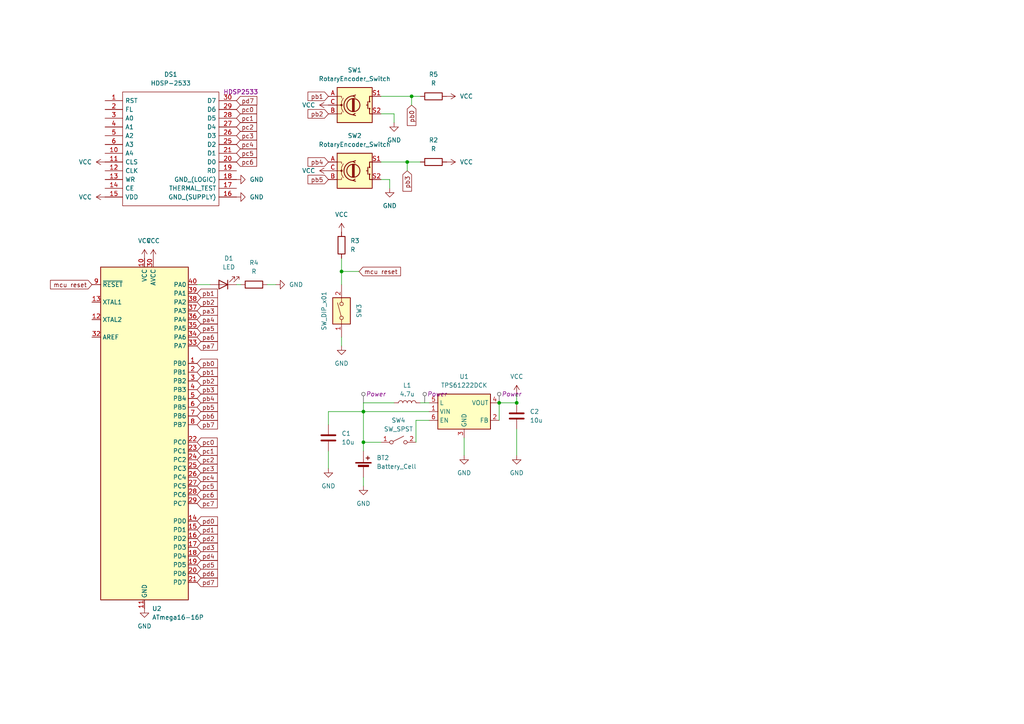
<source format=kicad_sch>
(kicad_sch (version 20230121) (generator eeschema)
  (paper "A4")
  (lib_symbols
    (symbol "Device:Battery_Cell" (pin_numbers hide) (pin_names (offset 0) hide)
      (property "Reference" "BT" (at 2.54 2.54 0))
      (property "Value" "Battery_Cell" (at 2.54 0 0))
      (symbol "Battery_Cell_0_1"
        (rectangle (start -2.286 1.778) (end 2.286 1.524) (fill (type outline)))
        (rectangle (start -1.524 1.016) (end 1.524 0.508) (fill (type outline)))
        (polyline (pts (xy 0 0.762) (xy 0 0)))
        (polyline (pts (xy 0 1.778) (xy 0 2.54)))
        (polyline (pts (xy 0.762 3.048) (xy 1.778 3.048)) (stroke (width 0.254)))
        (polyline (pts (xy 1.27 3.556) (xy 1.27 2.54)) (stroke (width 0.254)))
      )
      (symbol "Battery_Cell_1_1"
        (pin passive line (at 0 5.08 270) (length 2.54) (name "+") (number "1"))
        (pin passive line (at 0 -2.54 90) (length 2.54) (name "-") (number "2"))
      )
    )
    (symbol "Device:C" (pin_numbers hide) (pin_names (offset 0.254))
      (property "Reference" "C" (at 0.635 2.54 0))
      (property "Value" "C" (at 0.635 -2.54 0))
      (symbol "C_0_1"
        (polyline (pts (xy -2.032 -0.762) (xy 2.032 -0.762)) (stroke (width 0.508)))
        (polyline (pts (xy -2.032 0.762) (xy 2.032 0.762)) (stroke (width 0.508)))
      )
      (symbol "C_1_1"
        (pin passive line (at 0 3.81 270) (length 2.794) (name "~") (number "1"))
        (pin passive line (at 0 -3.81 90) (length 2.794) (name "~") (number "2"))
      )
    )
    (symbol "Device:L" (pin_numbers hide) (pin_names (offset 1.016) hide)
      (property "Reference" "L" (at -1.27 0 90))
      (property "Value" "L" (at 1.905 0 90))
      (symbol "L_0_1"
        (arc (start 0 -2.54) (mid 0.6323 -1.905) (end 0 -1.27))
        (arc (start 0 -1.27) (mid 0.6323 -0.635) (end 0 0))
        (arc (start 0 0) (mid 0.6323 0.635) (end 0 1.27))
        (arc (start 0 1.27) (mid 0.6323 1.905) (end 0 2.54))
      )
      (symbol "L_1_1"
        (pin passive line (at 0 3.81 270) (length 1.27) (name "1") (number "1"))
        (pin passive line (at 0 -3.81 90) (length 1.27) (name "2") (number "2"))
      )
    )
    (symbol "Device:LED" (pin_numbers hide) (pin_names (offset 1.016) hide)
      (property "Reference" "D" (at 0 2.54 0))
      (property "Value" "LED" (at 0 -2.54 0))
      (symbol "LED_0_1"
        (polyline (pts (xy -1.27 -1.27) (xy -1.27 1.27)) (stroke (width 0.254)))
        (polyline (pts (xy -1.27 0) (xy 1.27 0)))
        (polyline (pts (xy 1.27 -1.27) (xy 1.27 1.27) (xy -1.27 0) (xy 1.27 -1.27)) (stroke (width 0.254)))
        (polyline (pts (xy -3.048 -0.762) (xy -4.572 -2.286) (xy -3.81 -2.286) (xy -4.572 -2.286) (xy -4.572 -1.524)))
        (polyline (pts (xy -1.778 -0.762) (xy -3.302 -2.286) (xy -2.54 -2.286) (xy -3.302 -2.286) (xy -3.302 -1.524)))
      )
      (symbol "LED_1_1"
        (pin passive line (at -3.81 0 0) (length 2.54) (name "K") (number "1"))
        (pin passive line (at 3.81 0 180) (length 2.54) (name "A") (number "2"))
      )
    )
    (symbol "Device:R" (pin_numbers hide) (pin_names (offset 0))
      (property "Reference" "R" (at 2.032 0 90))
      (property "Value" "R" (at 0 0 90))
      (symbol "R_0_1"
        (rectangle (start -1.016 -2.54) (end 1.016 2.54) (stroke (width 0.254)))
      )
      (symbol "R_1_1"
        (pin passive line (at 0 3.81 270) (length 1.27) (name "~") (number "1"))
        (pin passive line (at 0 -3.81 90) (length 1.27) (name "~") (number "2"))
      )
    )
    (symbol "Device:RotaryEncoder_Switch" (pin_names (offset 0.254) hide)
      (property "Reference" "SW" (at 0 6.604 0))
      (property "Value" "RotaryEncoder_Switch" (at 0 -6.604 0))
      (symbol "RotaryEncoder_Switch_0_1"
        (rectangle (start -5.08 5.08) (end 5.08 -5.08) (stroke (width 0.254)) (fill (type background)))
        (circle (center -3.81 0) (radius 0.254) (fill (type outline)))
        (circle (center -0.381 0) (radius 1.905) (stroke (width 0.254)))
        (arc (start -0.381 2.667) (mid -3.0988 -0.0635) (end -0.381 -2.794) (stroke (width 0.254)))
        (polyline (pts (xy -0.635 -1.778) (xy -0.635 1.778)) (stroke (width 0.254)))
        (polyline (pts (xy -0.381 -1.778) (xy -0.381 1.778)) (stroke (width 0.254)))
        (polyline (pts (xy -0.127 1.778) (xy -0.127 -1.778)) (stroke (width 0.254)))
        (polyline (pts (xy 3.81 0) (xy 3.429 0)) (stroke (width 0.254)))
        (polyline (pts (xy 3.81 1.016) (xy 3.81 -1.016)) (stroke (width 0.254)))
        (polyline (pts (xy -5.08 -2.54) (xy -3.81 -2.54) (xy -3.81 -2.032)))
        (polyline (pts (xy -5.08 2.54) (xy -3.81 2.54) (xy -3.81 2.032)))
        (polyline (pts (xy 0.254 -3.048) (xy -0.508 -2.794) (xy 0.127 -2.413)) (stroke (width 0.254)))
        (polyline (pts (xy 0.254 2.921) (xy -0.508 2.667) (xy 0.127 2.286)) (stroke (width 0.254)))
        (polyline (pts (xy 5.08 -2.54) (xy 4.318 -2.54) (xy 4.318 -1.016)) (stroke (width 0.254)))
        (polyline (pts (xy 5.08 2.54) (xy 4.318 2.54) (xy 4.318 1.016)) (stroke (width 0.254)))
        (polyline (pts (xy -5.08 0) (xy -3.81 0) (xy -3.81 -1.016) (xy -3.302 -2.032)))
        (polyline (pts (xy -4.318 0) (xy -3.81 0) (xy -3.81 1.016) (xy -3.302 2.032)))
        (circle (center 4.318 -1.016) (radius 0.127) (stroke (width 0.254)))
        (circle (center 4.318 1.016) (radius 0.127) (stroke (width 0.254)))
      )
      (symbol "RotaryEncoder_Switch_1_1"
        (pin passive line (at -7.62 2.54 0) (length 2.54) (name "A") (number "A"))
        (pin passive line (at -7.62 -2.54 0) (length 2.54) (name "B") (number "B"))
        (pin passive line (at -7.62 0 0) (length 2.54) (name "C") (number "C"))
        (pin passive line (at 7.62 2.54 180) (length 2.54) (name "S1") (number "S1"))
        (pin passive line (at 7.62 -2.54 180) (length 2.54) (name "S2") (number "S2"))
      )
    )
    (symbol "MCU_Microchip_ATmega:ATmega16-16P"
      (property "Reference" "U" (at -12.7 49.53 0))
      (property "Value" "ATmega16-16P" (at 2.54 -49.53 0))
      (symbol "ATmega16-16P_0_1"
        (rectangle (start -12.7 -48.26) (end 12.7 48.26) (stroke (width 0.254)) (fill (type background)))
      )
      (symbol "ATmega16-16P_1_1"
        (pin bidirectional line (at 15.24 20.32 180) (length 2.54) (name "PB0") (number "1"))
        (pin power_in line (at 0 50.8 270) (length 2.54) (name "VCC") (number "10"))
        (pin power_in line (at 0 -50.8 90) (length 2.54) (name "GND") (number "11"))
        (pin output line (at -15.24 33.02 0) (length 2.54) (name "XTAL2") (number "12"))
        (pin input line (at -15.24 38.1 0) (length 2.54) (name "XTAL1") (number "13"))
        (pin bidirectional line (at 15.24 -25.4 180) (length 2.54) (name "PD0") (number "14"))
        (pin bidirectional line (at 15.24 -27.94 180) (length 2.54) (name "PD1") (number "15"))
        (pin bidirectional line (at 15.24 -30.48 180) (length 2.54) (name "PD2") (number "16"))
        (pin bidirectional line (at 15.24 -33.02 180) (length 2.54) (name "PD3") (number "17"))
        (pin bidirectional line (at 15.24 -35.56 180) (length 2.54) (name "PD4") (number "18"))
        (pin bidirectional line (at 15.24 -38.1 180) (length 2.54) (name "PD5") (number "19"))
        (pin bidirectional line (at 15.24 17.78 180) (length 2.54) (name "PB1") (number "2"))
        (pin bidirectional line (at 15.24 -40.64 180) (length 2.54) (name "PD6") (number "20"))
        (pin bidirectional line (at 15.24 -43.18 180) (length 2.54) (name "PD7") (number "21"))
        (pin bidirectional line (at 15.24 -2.54 180) (length 2.54) (name "PC0") (number "22"))
        (pin bidirectional line (at 15.24 -5.08 180) (length 2.54) (name "PC1") (number "23"))
        (pin bidirectional line (at 15.24 -7.62 180) (length 2.54) (name "PC2") (number "24"))
        (pin bidirectional line (at 15.24 -10.16 180) (length 2.54) (name "PC3") (number "25"))
        (pin bidirectional line (at 15.24 -12.7 180) (length 2.54) (name "PC4") (number "26"))
        (pin bidirectional line (at 15.24 -15.24 180) (length 2.54) (name "PC5") (number "27"))
        (pin bidirectional line (at 15.24 -17.78 180) (length 2.54) (name "PC6") (number "28"))
        (pin bidirectional line (at 15.24 -20.32 180) (length 2.54) (name "PC7") (number "29"))
        (pin bidirectional line (at 15.24 15.24 180) (length 2.54) (name "PB2") (number "3"))
        (pin power_in line (at 2.54 50.8 270) (length 2.54) (name "AVCC") (number "30"))
        (pin passive line (at 0 -50.8 90) (length 2.54) hide (name "GND") (number "31"))
        (pin passive line (at -15.24 27.94 0) (length 2.54) (name "AREF") (number "32"))
        (pin bidirectional line (at 15.24 25.4 180) (length 2.54) (name "PA7") (number "33"))
        (pin bidirectional line (at 15.24 27.94 180) (length 2.54) (name "PA6") (number "34"))
        (pin bidirectional line (at 15.24 30.48 180) (length 2.54) (name "PA5") (number "35"))
        (pin bidirectional line (at 15.24 33.02 180) (length 2.54) (name "PA4") (number "36"))
        (pin bidirectional line (at 15.24 35.56 180) (length 2.54) (name "PA3") (number "37"))
        (pin bidirectional line (at 15.24 38.1 180) (length 2.54) (name "PA2") (number "38"))
        (pin bidirectional line (at 15.24 40.64 180) (length 2.54) (name "PA1") (number "39"))
        (pin bidirectional line (at 15.24 12.7 180) (length 2.54) (name "PB3") (number "4"))
        (pin bidirectional line (at 15.24 43.18 180) (length 2.54) (name "PA0") (number "40"))
        (pin bidirectional line (at 15.24 10.16 180) (length 2.54) (name "PB4") (number "5"))
        (pin bidirectional line (at 15.24 7.62 180) (length 2.54) (name "PB5") (number "6"))
        (pin bidirectional line (at 15.24 5.08 180) (length 2.54) (name "PB6") (number "7"))
        (pin bidirectional line (at 15.24 2.54 180) (length 2.54) (name "PB7") (number "8"))
        (pin input line (at -15.24 43.18 0) (length 2.54) (name "~{RESET}") (number "9"))
      )
    )
    (symbol "Regulator_Switching:TPS61222DCK"
      (property "Reference" "U" (at -7.62 6.35 0))
      (property "Value" "TPS61222DCK" (at 2.54 6.35 0))
      (symbol "TPS61222DCK_0_1"
        (rectangle (start -7.62 5.08) (end 7.62 -5.08) (stroke (width 0.254)) (fill (type background)))
      )
      (symbol "TPS61222DCK_1_1"
        (pin power_in line (at -10.16 0 0) (length 2.54) (name "VIN") (number "1"))
        (pin input line (at 10.16 -2.54 180) (length 2.54) (name "FB") (number "2"))
        (pin power_in line (at 0 -7.62 90) (length 2.54) (name "GND") (number "3"))
        (pin power_out line (at 10.16 2.54 180) (length 2.54) (name "VOUT") (number "4"))
        (pin power_in line (at -10.16 2.54 0) (length 2.54) (name "L") (number "5"))
        (pin input line (at -10.16 -2.54 0) (length 2.54) (name "EN") (number "6"))
      )
    )
    (symbol "Switch:SW_DIP_x01" (pin_names (offset 0) hide)
      (property "Reference" "SW" (at 0 3.81 0))
      (property "Value" "SW_DIP_x01" (at 0 -3.81 0))
      (symbol "SW_DIP_x01_0_0"
        (circle (center -2.032 0) (radius 0.508))
        (polyline (pts (xy -1.524 0.127) (xy 2.3622 1.1684)))
        (circle (center 2.032 0) (radius 0.508))
      )
      (symbol "SW_DIP_x01_0_1"
        (rectangle (start -3.81 2.54) (end 3.81 -2.54) (stroke (width 0.254)) (fill (type background)))
      )
      (symbol "SW_DIP_x01_1_1"
        (pin passive line (at -7.62 0 0) (length 5.08) (name "~") (number "1"))
        (pin passive line (at 7.62 0 180) (length 5.08) (name "~") (number "2"))
      )
    )
    (symbol "Switch:SW_SPST" (pin_names (offset 0) hide)
      (property "Reference" "SW" (at 0 3.175 0))
      (property "Value" "SW_SPST" (at 0 -2.54 0))
      (symbol "SW_SPST_0_0"
        (circle (center -2.032 0) (radius 0.508))
        (polyline (pts (xy -1.524 0.254) (xy 1.524 1.778)))
        (circle (center 2.032 0) (radius 0.508))
      )
      (symbol "SW_SPST_1_1"
        (pin passive line (at -5.08 0 0) (length 2.54) (name "A") (number "1"))
        (pin passive line (at 5.08 0 180) (length 2.54) (name "B") (number "2"))
      )
    )
    (symbol "power:GND" (power) (pin_names (offset 0))
      (property "Value" "GND" (at 0 -3.81 0))
      (symbol "GND_0_1"
        (polyline (pts (xy 0 0) (xy 0 -1.27) (xy 1.27 -1.27) (xy 0 -2.54) (xy -1.27 -1.27) (xy 0 -1.27)))
      )
      (symbol "GND_1_1"
        (pin power_in line (at 0 0 270) (length 0) hide (name "GND") (number "1"))
      )
    )
    (symbol "power:VCC" (power) (pin_names (offset 0))
      (property "Value" "VCC" (at 0 3.81 0))
      (symbol "VCC_0_1"
        (polyline (pts (xy -0.762 1.27) (xy 0 2.54)))
        (polyline (pts (xy 0 0) (xy 0 2.54)))
        (polyline (pts (xy 0 2.54) (xy 0.762 1.27)))
      )
      (symbol "VCC_1_1"
        (pin power_in line (at 0 0 90) (length 0) hide (name "VCC") (number "1"))
      )
    )
    (symbol "token_counter:HDSP-2533" (pin_names (offset 0.762))
      (property "Reference" "DS" (at 34.29 7.62 0))
      (property "Value" "HDSP-2533" (at 34.29 5.08 0))
      (symbol "HDSP-2533_0_0"
        (pin passive line (at 0 0 0) (length 5.08) (name "RST") (number "1"))
        (pin passive line (at 0 -15.24 0) (length 5.08) (name "A4") (number "10"))
        (pin passive line (at 0 -17.78 0) (length 5.08) (name "CLS") (number "11"))
        (pin passive line (at 0 -20.32 0) (length 5.08) (name "CLK") (number "12"))
        (pin passive line (at 0 -22.86 0) (length 5.08) (name "WR") (number "13"))
        (pin passive line (at 0 -25.4 0) (length 5.08) (name "CE") (number "14"))
        (pin passive line (at 0 -27.94 0) (length 5.08) (name "VDD") (number "15"))
        (pin passive line (at 38.1 -27.94 180) (length 5.08) (name "GND_(SUPPLY)") (number "16"))
        (pin passive line (at 38.1 -25.4 180) (length 5.08) (name "THERMAL_TEST") (number "17"))
        (pin passive line (at 38.1 -22.86 180) (length 5.08) (name "GND_(LOGIC)") (number "18"))
        (pin passive line (at 38.1 -20.32 180) (length 5.08) (name "RD") (number "19"))
        (pin passive line (at 0 -2.54 0) (length 5.08) (name "FL") (number "2"))
        (pin passive line (at 38.1 -17.78 180) (length 5.08) (name "D0") (number "20"))
        (pin passive line (at 38.1 -15.24 180) (length 5.08) (name "D1") (number "21"))
        (pin passive line (at 38.1 -12.7 180) (length 5.08) (name "D2") (number "25"))
        (pin passive line (at 38.1 -10.16 180) (length 5.08) (name "D3") (number "26"))
        (pin passive line (at 38.1 -7.62 180) (length 5.08) (name "D4") (number "27"))
        (pin passive line (at 38.1 -5.08 180) (length 5.08) (name "D5") (number "28"))
        (pin passive line (at 38.1 -2.54 180) (length 5.08) (name "D6") (number "29"))
        (pin passive line (at 0 -5.08 0) (length 5.08) (name "A0") (number "3"))
        (pin passive line (at 38.1 0 180) (length 5.08) (name "D7") (number "30"))
        (pin passive line (at 0 -7.62 0) (length 5.08) (name "A1") (number "4"))
        (pin passive line (at 0 -10.16 0) (length 5.08) (name "A2") (number "5"))
        (pin passive line (at 0 -12.7 0) (length 5.08) (name "A3") (number "6"))
      )
      (symbol "HDSP-2533_0_1"
        (polyline (pts (xy 5.08 2.54) (xy 33.02 2.54) (xy 33.02 -30.48) (xy 5.08 -30.48) (xy 5.08 2.54)) (stroke (width 0.1524)))
      )
    )
  )
  (junction (at 144.78 116.84))
  (junction (at 105.41 128.27))
  (junction (at 119.38 27.94))
  (junction (at 105.41 119.38))
  (junction (at 118.11 46.99))
  (junction (at 99.06 78.74))
  (junction (at 149.86 116.84))
  (wire (pts (xy 120.65 121.92) (xy 120.65 128.27)))
  (wire (pts (xy 110.49 52.07) (xy 113.03 52.07)))
  (wire (pts (xy 95.25 119.38) (xy 95.25 123.19)))
  (wire (pts (xy 99.06 78.74) (xy 99.06 82.55)))
  (wire (pts (xy 110.49 46.99) (xy 118.11 46.99)))
  (wire (pts (xy 105.41 128.27) (xy 105.41 130.81)))
  (wire (pts (xy 149.86 116.84) (xy 144.78 116.84)))
  (wire (pts (xy 57.15 82.55) (xy 60.96 82.55)))
  (wire (pts (xy 149.86 114.3) (xy 149.86 116.84)))
  (wire (pts (xy 114.3 33.02) (xy 114.3 35.56)))
  (wire (pts (xy 113.03 52.07) (xy 113.03 54.61)))
  (wire (pts (xy 99.06 74.93) (xy 99.06 78.74)))
  (wire (pts (xy 99.06 100.33) (xy 99.06 97.79)))
  (wire (pts (xy 105.41 119.38) (xy 105.41 128.27)))
  (wire (pts (xy 95.25 119.38) (xy 105.41 119.38)))
  (wire (pts (xy 134.62 132.08) (xy 134.62 127)))
  (wire (pts (xy 120.65 121.92) (xy 124.46 121.92)))
  (wire (pts (xy 114.3 116.84) (xy 105.41 116.84)))
  (wire (pts (xy 119.38 27.94) (xy 121.92 27.94)))
  (wire (pts (xy 149.86 132.08) (xy 149.86 124.46)))
  (wire (pts (xy 105.41 138.43) (xy 105.41 140.97)))
  (wire (pts (xy 124.46 119.38) (xy 105.41 119.38)))
  (wire (pts (xy 119.38 27.94) (xy 119.38 30.48)))
  (wire (pts (xy 80.01 82.55) (xy 77.47 82.55)))
  (wire (pts (xy 118.11 46.99) (xy 121.92 46.99)))
  (wire (pts (xy 99.06 78.74) (xy 104.14 78.74)))
  (wire (pts (xy 69.85 82.55) (xy 68.58 82.55)))
  (wire (pts (xy 110.49 33.02) (xy 114.3 33.02)))
  (wire (pts (xy 110.49 27.94) (xy 119.38 27.94)))
  (wire (pts (xy 144.78 121.92) (xy 144.78 116.84)))
  (wire (pts (xy 95.25 135.89) (xy 95.25 130.81)))
  (wire (pts (xy 124.46 116.84) (xy 121.92 116.84)))
  (wire (pts (xy 105.41 116.84) (xy 105.41 119.38)))
  (wire (pts (xy 118.11 46.99) (xy 118.11 49.53)))
  (wire (pts (xy 105.41 128.27) (xy 110.49 128.27)))
  (global_label "pd1" (shape input) (at 57.15 153.67 0) (property "Intersheetrefs" "${INTERSHEET_REFS}" (effects hide)))
  (global_label "pc5" (shape input) (at 68.58 44.45 0) (property "Intersheetrefs" "${INTERSHEET_REFS}" (effects hide)))
  (global_label "pd5" (shape input) (at 57.15 163.83 0) (property "Intersheetrefs" "${INTERSHEET_REFS}" (effects hide)))
  (global_label "pb4" (shape input) (at 57.15 115.57 0) (property "Intersheetrefs" "${INTERSHEET_REFS}" (effects hide)))
  (global_label "pb0" (shape input) (at 119.38 30.48 270) (property "Intersheetrefs" "${INTERSHEET_REFS}" (effects hide)))
  (global_label "pb1" (shape input) (at 95.25 27.94 180) (property "Intersheetrefs" "${INTERSHEET_REFS}" (effects hide)))
  (global_label "pc1" (shape input) (at 68.58 34.29 0) (property "Intersheetrefs" "${INTERSHEET_REFS}" (effects hide)))
  (global_label "pd0" (shape input) (at 57.15 151.13 0) (property "Intersheetrefs" "${INTERSHEET_REFS}" (effects hide)))
  (global_label "pc2" (shape input) (at 68.58 36.83 0) (property "Intersheetrefs" "${INTERSHEET_REFS}" (effects hide)))
  (global_label "pb7" (shape input) (at 57.15 123.19 0) (property "Intersheetrefs" "${INTERSHEET_REFS}" (effects hide)))
  (global_label "pb5" (shape input) (at 95.25 52.07 180) (property "Intersheetrefs" "${INTERSHEET_REFS}" (effects hide)))
  (global_label "pd4" (shape input) (at 57.15 161.29 0) (property "Intersheetrefs" "${INTERSHEET_REFS}" (effects hide)))
  (global_label "pd2" (shape input) (at 57.15 156.21 0) (property "Intersheetrefs" "${INTERSHEET_REFS}" (effects hide)))
  (global_label "pc7" (shape input) (at 57.15 146.05 0) (property "Intersheetrefs" "${INTERSHEET_REFS}" (effects hide)))
  (global_label "pc4" (shape input) (at 68.58 41.91 0) (property "Intersheetrefs" "${INTERSHEET_REFS}" (effects hide)))
  (global_label "pc5" (shape input) (at 57.15 140.97 0) (property "Intersheetrefs" "${INTERSHEET_REFS}" (effects hide)))
  (global_label "pc6" (shape input) (at 68.58 46.99 0) (property "Intersheetrefs" "${INTERSHEET_REFS}" (effects hide)))
  (global_label "pb4" (shape input) (at 95.25 46.99 180) (property "Intersheetrefs" "${INTERSHEET_REFS}" (effects hide)))
  (global_label "pa4" (shape input) (at 57.15 92.71 0) (property "Intersheetrefs" "${INTERSHEET_REFS}" (effects hide)))
  (global_label "pa5" (shape input) (at 57.15 95.25 0) (property "Intersheetrefs" "${INTERSHEET_REFS}" (effects hide)))
  (global_label "pd3" (shape input) (at 57.15 158.75 0) (property "Intersheetrefs" "${INTERSHEET_REFS}" (effects hide)))
  (global_label "pc3" (shape input) (at 57.15 135.89 0) (property "Intersheetrefs" "${INTERSHEET_REFS}" (effects hide)))
  (global_label "pc3" (shape input) (at 68.58 39.37 0) (property "Intersheetrefs" "${INTERSHEET_REFS}" (effects hide)))
  (global_label "pb5" (shape input) (at 57.15 118.11 0) (property "Intersheetrefs" "${INTERSHEET_REFS}" (effects hide)))
  (global_label "pb0" (shape input) (at 57.15 105.41 0) (property "Intersheetrefs" "${INTERSHEET_REFS}" (effects hide)))
  (global_label "pc0" (shape input) (at 57.15 128.27 0) (property "Intersheetrefs" "${INTERSHEET_REFS}" (effects hide)))
  (global_label "pb3" (shape input) (at 57.15 113.03 0) (property "Intersheetrefs" "${INTERSHEET_REFS}" (effects hide)))
  (global_label "pc6" (shape input) (at 57.15 143.51 0) (property "Intersheetrefs" "${INTERSHEET_REFS}" (effects hide)))
  (global_label "pd6" (shape input) (at 57.15 166.37 0) (property "Intersheetrefs" "${INTERSHEET_REFS}" (effects hide)))
  (global_label "pc4" (shape input) (at 57.15 138.43 0) (property "Intersheetrefs" "${INTERSHEET_REFS}" (effects hide)))
  (global_label "pb1" (shape input) (at 57.15 85.09 0) (property "Intersheetrefs" "${INTERSHEET_REFS}" (effects hide)))
  (global_label "pb2" (shape input) (at 57.15 87.63 0) (property "Intersheetrefs" "${INTERSHEET_REFS}" (effects hide)))
  (global_label "pc2" (shape input) (at 57.15 133.35 0) (property "Intersheetrefs" "${INTERSHEET_REFS}" (effects hide)))
  (global_label "pb6" (shape input) (at 57.15 120.65 0) (property "Intersheetrefs" "${INTERSHEET_REFS}" (effects hide)))
  (global_label "pa7" (shape input) (at 57.15 100.33 0) (property "Intersheetrefs" "${INTERSHEET_REFS}" (effects hide)))
  (global_label "pb1" (shape input) (at 57.15 107.95 0) (property "Intersheetrefs" "${INTERSHEET_REFS}" (effects hide)))
  (global_label "pa6" (shape input) (at 57.15 97.79 0) (property "Intersheetrefs" "${INTERSHEET_REFS}" (effects hide)))
  (global_label "mcu reset" (shape input) (at 26.67 82.55 180) (property "Intersheetrefs" "${INTERSHEET_REFS}" (effects hide)))
  (global_label "pc1" (shape input) (at 57.15 130.81 0) (property "Intersheetrefs" "${INTERSHEET_REFS}" (effects hide)))
  (global_label "pd7" (shape input) (at 57.15 168.91 0) (property "Intersheetrefs" "${INTERSHEET_REFS}" (effects hide)))
  (global_label "mcu reset" (shape input) (at 104.14 78.74 0) (property "Intersheetrefs" "${INTERSHEET_REFS}" (effects hide)))
  (global_label "pa3" (shape input) (at 57.15 90.17 0) (property "Intersheetrefs" "${INTERSHEET_REFS}" (effects hide)))
  (global_label "pb2" (shape input) (at 95.25 33.02 180) (property "Intersheetrefs" "${INTERSHEET_REFS}" (effects hide)))
  (global_label "pb3" (shape input) (at 118.11 49.53 270) (property "Intersheetrefs" "${INTERSHEET_REFS}" (effects hide)))
  (global_label "pb2" (shape input) (at 57.15 110.49 0) (property "Intersheetrefs" "${INTERSHEET_REFS}" (effects hide)))
  (global_label "pd7" (shape input) (at 68.58 29.21 0) (property "Intersheetrefs" "${INTERSHEET_REFS}" (effects hide)))
  (global_label "pc0" (shape input) (at 68.58 31.75 0) (property "Intersheetrefs" "${INTERSHEET_REFS}" (effects hide)))
  (netclass_flag "" (length 2.54) (shape round) (at 105.41 116.84 0) (property "Netclass" "Power" (at 106.1085 114.3 0) (effects (font italic) (justify left))))
  (netclass_flag "" (length 2.54) (shape round) (at 123.19 116.84 0) (property "Netclass" "Power" (at 123.8885 114.3 0) (effects (font italic) (justify left))))
  (netclass_flag "" (length 2.54) (shape round) (at 144.78 116.84 0) (property "Netclass" "Power" (at 145.4785 114.3 0) (effects (font italic) (justify left))))
  (symbol (lib_id "power:GND") (at 95.25 135.89 0) (unit 1)
    (property "Reference" "#PWR019" (effects hide))
    (property "Value" "GND" (at 95.25 140.97 0))
  )
  (symbol (lib_id "power:VCC") (at 30.48 46.99 90) (unit 1)
    (property "Reference" "#PWR013" (effects hide))
    (property "Value" "VCC" (at 26.67 46.99 90) (effects (justify left)))
  )
  (symbol (lib_id "Device:Battery_Cell") (at 105.41 135.89 0) (unit 1)
    (property "Reference" "BT2" (at 109.22 132.7785 0) (effects (justify left)))
    (property "Value" "Battery_Cell" (at 109.22 135.3185 0) (effects (justify left)))
    (property "Footprint" "Battery:BatteryHolder_Keystone_500" (effects hide))
  )
  (symbol (lib_id "Device:R") (at 73.66 82.55 90) (unit 1)
    (property "Reference" "R4" (at 73.66 76.2 90))
    (property "Value" "R" (at 73.66 78.74 90))
    (property "Footprint" "Resistor_THT:R_Axial_DIN0204_L3.6mm_D1.6mm_P7.62mm_Horizontal" (effects hide))
  )
  (symbol (lib_id "power:VCC") (at 95.25 49.53 90) (unit 1)
    (property "Reference" "#PWR016" (effects hide))
    (property "Value" "VCC" (at 91.44 49.53 90) (effects (justify left)))
  )
  (symbol (lib_id "power:GND") (at 80.01 82.55 90) (unit 1)
    (property "Reference" "#PWR01" (effects hide))
    (property "Value" "GND" (at 83.82 82.55 90) (effects (justify right)))
  )
  (symbol (lib_id "power:GND") (at 134.62 132.08 0) (unit 1)
    (property "Reference" "#PWR021" (effects hide))
    (property "Value" "GND" (at 134.62 137.16 0))
  )
  (symbol (lib_id "power:VCC") (at 44.45 74.93 0) (unit 1)
    (property "Reference" "#PWR010" (effects hide))
    (property "Value" "VCC" (at 44.45 69.85 0))
  )
  (symbol (lib_id "power:GND") (at 105.41 140.97 0) (unit 1)
    (property "Reference" "#PWR020" (effects hide))
    (property "Value" "GND" (at 105.41 146.05 0))
  )
  (symbol (lib_id "power:VCC") (at 30.48 57.15 90) (unit 1)
    (property "Reference" "#PWR06" (effects hide))
    (property "Value" "VCC" (at 26.67 57.15 90) (effects (justify left)))
  )
  (symbol (lib_id "power:VCC") (at 129.54 46.99 270) (unit 1)
    (property "Reference" "#PWR017" (effects hide))
    (property "Value" "VCC" (at 133.35 46.99 90) (effects (justify left)))
  )
  (symbol (lib_id "power:VCC") (at 95.25 30.48 90) (unit 1)
    (property "Reference" "#PWR015" (effects hide))
    (property "Value" "VCC" (at 91.44 30.48 90) (effects (justify left)))
  )
  (symbol (lib_id "power:GND") (at 68.58 52.07 90) (unit 1)
    (property "Reference" "#PWR011" (effects hide))
    (property "Value" "GND" (at 72.39 52.07 90) (effects (justify right)))
  )
  (symbol (lib_id "power:VCC") (at 149.86 114.3 0) (unit 1)
    (property "Reference" "#PWR022" (effects hide))
    (property "Value" "VCC" (at 149.86 109.22 0))
  )
  (symbol (lib_id "Device:LED") (at 64.77 82.55 180) (unit 1)
    (property "Reference" "D1" (at 66.3575 74.93 0))
    (property "Value" "LED" (at 66.3575 77.47 0))
    (property "Footprint" "LED_THT:LED_D2.0mm_W4.8mm_H2.5mm_FlatTop" (effects hide))
  )
  (symbol (lib_id "power:GND") (at 41.91 176.53 0) (unit 1)
    (property "Reference" "#PWR07" (effects hide))
    (property "Value" "GND" (at 41.91 181.61 0))
  )
  (symbol (lib_id "Device:R") (at 125.73 27.94 90) (unit 1)
    (property "Reference" "R5" (at 125.73 21.59 90))
    (property "Value" "R" (at 125.73 24.13 90))
    (property "Footprint" "Resistor_THT:R_Axial_DIN0204_L3.6mm_D1.6mm_P7.62mm_Horizontal" (effects hide))
  )
  (symbol (lib_id "MCU_Microchip_ATmega:ATmega16-16P") (at 41.91 125.73 0) (unit 1)
    (property "Reference" "U2" (at 44.1041 176.53 0) (effects (justify left)))
    (property "Value" "ATmega16-16P" (at 44.1041 179.07 0) (effects (justify left)))
    (property "Footprint" "Package_DIP:DIP-40_W15.24mm" (effects hide))
    (property "Datasheet" "http://ww1.microchip.com/downloads/en/DeviceDoc/doc2466.pdf" (effects hide))
  )
  (symbol (lib_id "power:VCC") (at 99.06 67.31 0) (unit 1)
    (property "Reference" "#PWR014" (effects hide))
    (property "Value" "VCC" (at 99.06 62.23 0))
  )
  (symbol (lib_id "Switch:SW_DIP_x01") (at 99.06 90.17 90) (unit 1)
    (property "Reference" "SW3" (at 104.14 90.17 0))
    (property "Value" "SW_DIP_x01" (at 93.98 90.17 0))
    (property "Footprint" "Button_Switch_THT:SW_Push_2P1T_Toggle_CK_PVA1xxH1xxxxxxV2" (effects hide))
  )
  (symbol (lib_id "Device:RotaryEncoder_Switch") (at 102.87 30.48 0) (unit 1)
    (property "Reference" "SW1" (at 102.87 20.32 0))
    (property "Value" "RotaryEncoder_Switch" (at 102.87 22.86 0))
    (property "Footprint" "Rotary_Encoder:RotaryEncoder_Alps_EC11E_Vertical_H20mm" (effects hide))
  )
  (symbol (lib_id "power:VCC") (at 129.54 27.94 270) (unit 1)
    (property "Reference" "#PWR018" (effects hide))
    (property "Value" "VCC" (at 133.35 27.94 90) (effects (justify left)))
  )
  (symbol (lib_id "power:GND") (at 99.06 100.33 0) (unit 1)
    (property "Reference" "#PWR08" (effects hide))
    (property "Value" "GND" (at 99.06 105.41 0))
  )
  (symbol (lib_id "power:GND") (at 68.58 57.15 90) (unit 1)
    (property "Reference" "#PWR012" (effects hide))
    (property "Value" "GND" (at 72.39 57.15 90) (effects (justify right)))
  )
  (symbol (lib_id "Device:R") (at 125.73 46.99 90) (unit 1)
    (property "Reference" "R2" (at 125.73 40.64 90))
    (property "Value" "R" (at 125.73 43.18 90))
    (property "Footprint" "Resistor_THT:R_Axial_DIN0204_L3.6mm_D1.6mm_P7.62mm_Horizontal" (effects hide))
  )
  (symbol (lib_id "power:GND") (at 114.3 35.56 0) (unit 1)
    (property "Reference" "#PWR02" (effects hide))
    (property "Value" "GND" (at 114.3 40.64 0))
  )
  (symbol (lib_id "Device:C") (at 95.25 127 0) (unit 1)
    (property "Reference" "C1" (at 99.06 125.73 0) (effects (justify left)))
    (property "Value" "10u" (at 99.06 128.27 0) (effects (justify left)))
    (property "Footprint" "Capacitor_SMD:C_0805_2012Metric_Pad1.18x1.45mm_HandSolder" (effects hide))
  )
  (symbol (lib_id "Device:C") (at 149.86 120.65 0) (unit 1)
    (property "Reference" "C2" (at 153.67 119.38 0) (effects (justify left)))
    (property "Value" "10u" (at 153.67 121.92 0) (effects (justify left)))
    (property "Footprint" "Capacitor_SMD:C_0805_2012Metric_Pad1.18x1.45mm_HandSolder" (effects hide))
  )
  (symbol (lib_id "token_counter:HDSP-2533") (at 30.48 29.21 0) (unit 1)
    (property "Reference" "DS1" (at 49.53 21.59 0))
    (property "Value" "HDSP-2533" (at 49.53 24.13 0))
    (property "Footprint" "HDSP2533" (at 64.77 26.67 0) (effects (justify left)))
    (property "Datasheet" "https://datasheet.datasheetarchive.com/originals/distributors/Datasheets-17/DSA-331990.pdf" (effects hide))
    (property "Description" "HDSP-2533 Broadcom 8 Digit Dot Matrix LED Display, 7 x 5 Dot Matrix Green 7.5 mcd 4.6mm" (effects hide))
    (property "Height" "5.56" (effects hide))
    (property "Mouser Part Number" "630-HDSP-2533" (effects hide))
    (property "Mouser Price/Stock" "https://www.mouser.co.uk/ProductDetail/Broadcom-Avago/HDSP-2533?qs=pQfy5%252BKCabJn83O4%252B%252BwVoA%3D%3D" (effects hide))
    (property "Manufacturer_Name" "Avago Technologies" (effects hide))
    (property "Manufacturer_Part_Number" "HDSP-2533" (effects hide))
  )
  (symbol (lib_id "Device:L") (at 118.11 116.84 90) (unit 1)
    (property "Reference" "L1" (at 118.11 111.76 90))
    (property "Value" "4.7u" (at 118.11 114.3 90))
    (property "Footprint" "Inductor_SMD:L_0805_2012Metric_Pad1.05x1.20mm_HandSolder" (effects hide))
  )
  (symbol (lib_id "power:VCC") (at 41.91 74.93 0) (unit 1)
    (property "Reference" "#PWR09" (effects hide))
    (property "Value" "VCC" (at 41.91 69.85 0))
  )
  (symbol (lib_id "power:GND") (at 149.86 132.08 0) (unit 1)
    (property "Reference" "#PWR023" (effects hide))
    (property "Value" "GND" (at 149.86 137.16 0))
  )
  (symbol (lib_id "Regulator_Switching:TPS61222DCK") (at 134.62 119.38 0) (unit 1)
    (property "Reference" "U1" (at 134.62 109.22 0))
    (property "Value" "TPS61222DCK" (at 134.62 111.76 0))
    (property "Footprint" "Package_TO_SOT_SMD:Texas_R-PDSO-G6" (effects hide))
    (property "Datasheet" "http://www.ti.com/lit/ds/symlink/tps61220.pdf" (effects hide))
  )
  (symbol (lib_id "power:GND") (at 113.03 54.61 0) (unit 1)
    (property "Reference" "#PWR03" (effects hide))
    (property "Value" "GND" (at 113.03 59.69 0))
  )
  (symbol (lib_id "Switch:SW_SPST") (at 115.57 128.27 0) (unit 1)
    (property "Reference" "SW4" (at 115.57 121.92 0))
    (property "Value" "SW_SPST" (at 115.57 124.46 0))
  )
  (symbol (lib_id "Device:R") (at 99.06 71.12 180) (unit 1)
    (property "Reference" "R3" (at 101.6 69.85 0) (effects (justify right)))
    (property "Value" "R" (at 101.6 72.39 0) (effects (justify right)))
    (property "Footprint" "Resistor_THT:R_Axial_DIN0204_L3.6mm_D1.6mm_P7.62mm_Horizontal" (effects hide))
  )
  (symbol (lib_id "Device:RotaryEncoder_Switch") (at 102.87 49.53 0) (unit 1)
    (property "Reference" "SW2" (at 102.87 39.37 0))
    (property "Value" "RotaryEncoder_Switch" (at 102.87 41.91 0))
    (property "Footprint" "Rotary_Encoder:RotaryEncoder_Alps_EC11E_Vertical_H20mm" (effects hide))
  )
)
</source>
